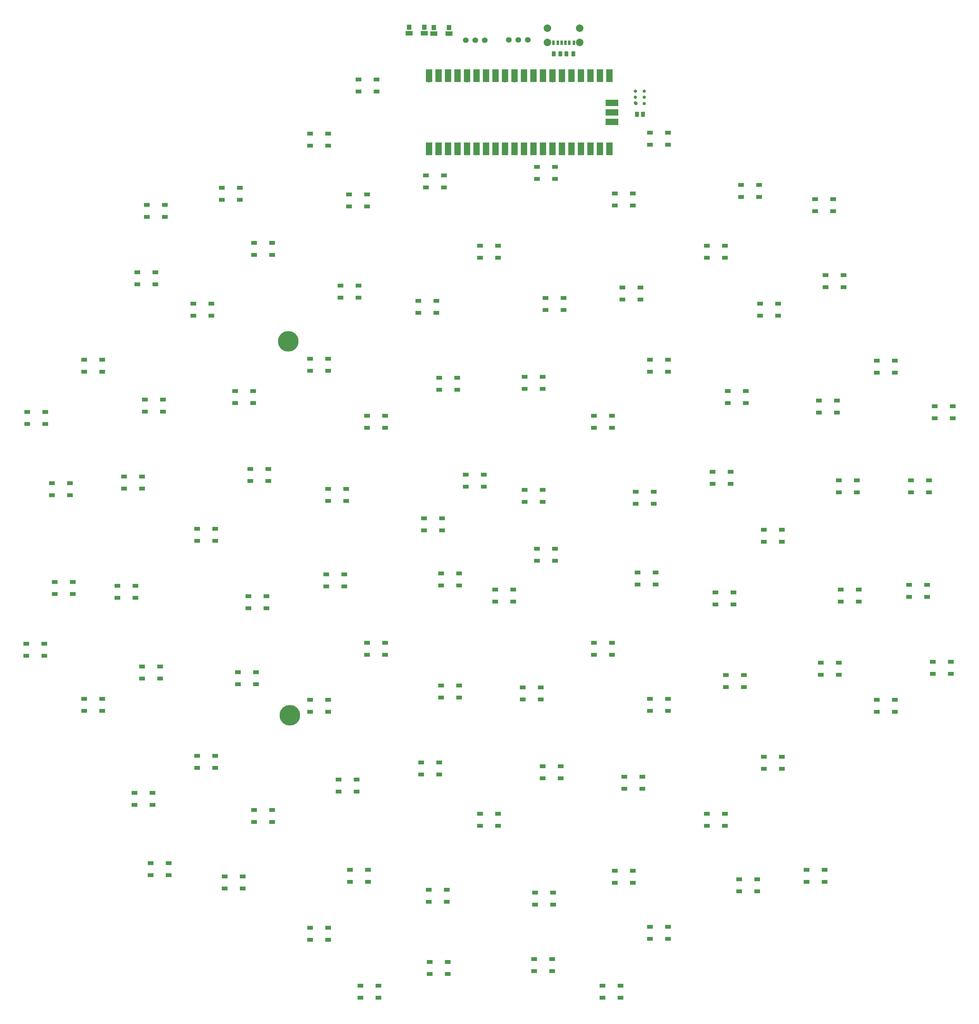
<source format=gts>
%TF.GenerationSoftware,KiCad,Pcbnew,(6.0.6)*%
%TF.CreationDate,2022-07-04T16:04:11-05:00*%
%TF.ProjectId,CircleBoard,43697263-6c65-4426-9f61-72642e6b6963,rev?*%
%TF.SameCoordinates,Original*%
%TF.FileFunction,Soldermask,Top*%
%TF.FilePolarity,Negative*%
%FSLAX46Y46*%
G04 Gerber Fmt 4.6, Leading zero omitted, Abs format (unit mm)*
G04 Created by KiCad (PCBNEW (6.0.6)) date 2022-07-04 16:04:11*
%MOMM*%
%LPD*%
G01*
G04 APERTURE LIST*
G04 Aperture macros list*
%AMRoundRect*
0 Rectangle with rounded corners*
0 $1 Rounding radius*
0 $2 $3 $4 $5 $6 $7 $8 $9 X,Y pos of 4 corners*
0 Add a 4 corners polygon primitive as box body*
4,1,4,$2,$3,$4,$5,$6,$7,$8,$9,$2,$3,0*
0 Add four circle primitives for the rounded corners*
1,1,$1+$1,$2,$3*
1,1,$1+$1,$4,$5*
1,1,$1+$1,$6,$7*
1,1,$1+$1,$8,$9*
0 Add four rect primitives between the rounded corners*
20,1,$1+$1,$2,$3,$4,$5,0*
20,1,$1+$1,$4,$5,$6,$7,0*
20,1,$1+$1,$6,$7,$8,$9,0*
20,1,$1+$1,$8,$9,$2,$3,0*%
%AMHorizOval*
0 Thick line with rounded ends*
0 $1 width*
0 $2 $3 position (X,Y) of the first rounded end (center of the circle)*
0 $4 $5 position (X,Y) of the second rounded end (center of the circle)*
0 Add line between two ends*
20,1,$1,$2,$3,$4,$5,0*
0 Add two circle primitives to create the rounded ends*
1,1,$1,$2,$3*
1,1,$1,$4,$5*%
G04 Aperture macros list end*
%ADD10C,5.500000*%
%ADD11R,1.500000X1.000000*%
%ADD12R,1.200000X1.400000*%
%ADD13R,1.840000X1.200000*%
%ADD14RoundRect,0.250000X0.262500X0.450000X-0.262500X0.450000X-0.262500X-0.450000X0.262500X-0.450000X0*%
%ADD15C,1.524000*%
%ADD16R,0.700000X1.200000*%
%ADD17R,0.760000X1.200000*%
%ADD18R,0.800000X1.200000*%
%ADD19C,2.010000*%
%ADD20R,1.700000X3.500000*%
%ADD21O,1.700000X1.700000*%
%ADD22R,3.500000X1.700000*%
%ADD23RoundRect,0.250000X-0.262500X-0.450000X0.262500X-0.450000X0.262500X0.450000X-0.262500X0.450000X0*%
%ADD24C,0.910000*%
%ADD25HorizOval,0.910000X-0.070711X0.070711X0.070711X-0.070711X0*%
%ADD26R,1.020000X1.470000*%
G04 APERTURE END LIST*
D10*
X72920000Y-175000000D03*
X72500000Y-75000000D03*
D11*
X91784000Y-247320000D03*
X91784000Y-250520000D03*
X96684000Y-250520000D03*
X96684000Y-247320000D03*
X156554000Y-247320000D03*
X156554000Y-250520000D03*
X161454000Y-250520000D03*
X161454000Y-247320000D03*
X138266000Y-240208000D03*
X138266000Y-243408000D03*
X143166000Y-243408000D03*
X143166000Y-240208000D03*
X110326000Y-240970000D03*
X110326000Y-244170000D03*
X115226000Y-244170000D03*
X115226000Y-240970000D03*
X78322000Y-231826000D03*
X78322000Y-235026000D03*
X83222000Y-235026000D03*
X83222000Y-231826000D03*
X110072000Y-221666000D03*
X110072000Y-224866000D03*
X114972000Y-224866000D03*
X114972000Y-221666000D03*
X138520000Y-222428000D03*
X138520000Y-225628000D03*
X143420000Y-225628000D03*
X143420000Y-222428000D03*
X169254000Y-231572000D03*
X169254000Y-234772000D03*
X174154000Y-234772000D03*
X174154000Y-231572000D03*
X211164000Y-216332000D03*
X211164000Y-219532000D03*
X216064000Y-219532000D03*
X216064000Y-216332000D03*
X193130000Y-218872000D03*
X193130000Y-222072000D03*
X198030000Y-222072000D03*
X198030000Y-218872000D03*
X159856000Y-216586000D03*
X159856000Y-219786000D03*
X164756000Y-219786000D03*
X164756000Y-216586000D03*
X88990000Y-216332000D03*
X88990000Y-219532000D03*
X93890000Y-219532000D03*
X93890000Y-216332000D03*
X55462000Y-218110000D03*
X55462000Y-221310000D03*
X60362000Y-221310000D03*
X60362000Y-218110000D03*
X35650000Y-214554000D03*
X35650000Y-217754000D03*
X40550000Y-217754000D03*
X40550000Y-214554000D03*
X31332000Y-195758000D03*
X31332000Y-198958000D03*
X36232000Y-198958000D03*
X36232000Y-195758000D03*
X63336000Y-200330000D03*
X63336000Y-203530000D03*
X68236000Y-203530000D03*
X68236000Y-200330000D03*
X123788000Y-201346000D03*
X123788000Y-204546000D03*
X128688000Y-204546000D03*
X128688000Y-201346000D03*
X184494000Y-201346000D03*
X184494000Y-204546000D03*
X189394000Y-204546000D03*
X189394000Y-201346000D03*
X199734000Y-186106000D03*
X199734000Y-189306000D03*
X204634000Y-189306000D03*
X204634000Y-186106000D03*
X162396000Y-191440000D03*
X162396000Y-194640000D03*
X167296000Y-194640000D03*
X167296000Y-191440000D03*
X140552000Y-188646000D03*
X140552000Y-191846000D03*
X145452000Y-191846000D03*
X145452000Y-188646000D03*
X108040000Y-187630000D03*
X108040000Y-190830000D03*
X112940000Y-190830000D03*
X112940000Y-187630000D03*
X85942000Y-192202000D03*
X85942000Y-195402000D03*
X90842000Y-195402000D03*
X90842000Y-192202000D03*
X48096000Y-185852000D03*
X48096000Y-189052000D03*
X52996000Y-189052000D03*
X52996000Y-185852000D03*
X17870000Y-170612000D03*
X17870000Y-173812000D03*
X22770000Y-173812000D03*
X22770000Y-170612000D03*
X78322000Y-170866000D03*
X78322000Y-174066000D03*
X83222000Y-174066000D03*
X83222000Y-170866000D03*
X169254000Y-170612000D03*
X169254000Y-173812000D03*
X174154000Y-173812000D03*
X174154000Y-170612000D03*
X229960000Y-170866000D03*
X229960000Y-174066000D03*
X234860000Y-174066000D03*
X234860000Y-170866000D03*
X244946000Y-160706000D03*
X244946000Y-163906000D03*
X249846000Y-163906000D03*
X249846000Y-160706000D03*
X214974000Y-160960000D03*
X214974000Y-164160000D03*
X219874000Y-164160000D03*
X219874000Y-160960000D03*
X189574000Y-164262000D03*
X189574000Y-167462000D03*
X194474000Y-167462000D03*
X194474000Y-164262000D03*
X135218000Y-167564000D03*
X135218000Y-170764000D03*
X140118000Y-170764000D03*
X140118000Y-167564000D03*
X113374000Y-167056000D03*
X113374000Y-170256000D03*
X118274000Y-170256000D03*
X118274000Y-167056000D03*
X59018000Y-163500000D03*
X59018000Y-166700000D03*
X63918000Y-166700000D03*
X63918000Y-163500000D03*
X33364000Y-161976000D03*
X33364000Y-165176000D03*
X38264000Y-165176000D03*
X38264000Y-161976000D03*
X2376000Y-155880000D03*
X2376000Y-159080000D03*
X7276000Y-159080000D03*
X7276000Y-155880000D03*
X93562000Y-155626000D03*
X93562000Y-158826000D03*
X98462000Y-158826000D03*
X98462000Y-155626000D03*
X154268000Y-155626000D03*
X154268000Y-158826000D03*
X159168000Y-158826000D03*
X159168000Y-155626000D03*
X238596000Y-140132000D03*
X238596000Y-143332000D03*
X243496000Y-143332000D03*
X243496000Y-140132000D03*
X220308000Y-141402000D03*
X220308000Y-144602000D03*
X225208000Y-144602000D03*
X225208000Y-141402000D03*
X186780000Y-142164000D03*
X186780000Y-145364000D03*
X191680000Y-145364000D03*
X191680000Y-142164000D03*
X165952000Y-136830000D03*
X165952000Y-140030000D03*
X170852000Y-140030000D03*
X170852000Y-136830000D03*
X127852000Y-141402000D03*
X127852000Y-144602000D03*
X132752000Y-144602000D03*
X132752000Y-141402000D03*
X113374000Y-137084000D03*
X113374000Y-140284000D03*
X118274000Y-140284000D03*
X118274000Y-137084000D03*
X82640000Y-137338000D03*
X82640000Y-140538000D03*
X87540000Y-140538000D03*
X87540000Y-137338000D03*
X61812000Y-143180000D03*
X61812000Y-146380000D03*
X66712000Y-146380000D03*
X66712000Y-143180000D03*
X26760000Y-140386000D03*
X26760000Y-143586000D03*
X31660000Y-143586000D03*
X31660000Y-140386000D03*
X9996000Y-139370000D03*
X9996000Y-142570000D03*
X14896000Y-142570000D03*
X14896000Y-139370000D03*
X48096000Y-125146000D03*
X48096000Y-128346000D03*
X52996000Y-128346000D03*
X52996000Y-125146000D03*
X108802000Y-122352000D03*
X108802000Y-125552000D03*
X113702000Y-125552000D03*
X113702000Y-122352000D03*
X139028000Y-130480000D03*
X139028000Y-133680000D03*
X143928000Y-133680000D03*
X143928000Y-130480000D03*
X199734000Y-125400000D03*
X199734000Y-128600000D03*
X204634000Y-128600000D03*
X204634000Y-125400000D03*
X239104000Y-112192000D03*
X239104000Y-115392000D03*
X244004000Y-115392000D03*
X244004000Y-112192000D03*
X219800000Y-112192000D03*
X219800000Y-115392000D03*
X224700000Y-115392000D03*
X224700000Y-112192000D03*
X186018000Y-109906000D03*
X186018000Y-113106000D03*
X190918000Y-113106000D03*
X190918000Y-109906000D03*
X165444000Y-115240000D03*
X165444000Y-118440000D03*
X170344000Y-118440000D03*
X170344000Y-115240000D03*
X135726000Y-114732000D03*
X135726000Y-117932000D03*
X140626000Y-117932000D03*
X140626000Y-114732000D03*
X119978000Y-110668000D03*
X119978000Y-113868000D03*
X124878000Y-113868000D03*
X124878000Y-110668000D03*
X83148000Y-114478000D03*
X83148000Y-117678000D03*
X88048000Y-117678000D03*
X88048000Y-114478000D03*
X62320000Y-109144000D03*
X62320000Y-112344000D03*
X67220000Y-112344000D03*
X67220000Y-109144000D03*
X28538000Y-111176000D03*
X28538000Y-114376000D03*
X33438000Y-114376000D03*
X33438000Y-111176000D03*
X9234000Y-112954000D03*
X9234000Y-116154000D03*
X14134000Y-116154000D03*
X14134000Y-112954000D03*
X2630000Y-93904000D03*
X2630000Y-97104000D03*
X7530000Y-97104000D03*
X7530000Y-93904000D03*
X93562000Y-94920000D03*
X93562000Y-98120000D03*
X98462000Y-98120000D03*
X98462000Y-94920000D03*
X154268000Y-94920000D03*
X154268000Y-98120000D03*
X159168000Y-98120000D03*
X159168000Y-94920000D03*
X245454000Y-92380000D03*
X245454000Y-95580000D03*
X250354000Y-95580000D03*
X250354000Y-92380000D03*
X214466000Y-90856000D03*
X214466000Y-94056000D03*
X219366000Y-94056000D03*
X219366000Y-90856000D03*
X190082000Y-88316000D03*
X190082000Y-91516000D03*
X194982000Y-91516000D03*
X194982000Y-88316000D03*
X135726000Y-84506000D03*
X135726000Y-87706000D03*
X140626000Y-87706000D03*
X140626000Y-84506000D03*
X112866000Y-84760000D03*
X112866000Y-87960000D03*
X117766000Y-87960000D03*
X117766000Y-84760000D03*
X58256000Y-88316000D03*
X58256000Y-91516000D03*
X63156000Y-91516000D03*
X63156000Y-88316000D03*
X34126000Y-90602000D03*
X34126000Y-93802000D03*
X39026000Y-93802000D03*
X39026000Y-90602000D03*
X17870000Y-79934000D03*
X17870000Y-83134000D03*
X22770000Y-83134000D03*
X22770000Y-79934000D03*
X78322000Y-79680000D03*
X78322000Y-82880000D03*
X83222000Y-82880000D03*
X83222000Y-79680000D03*
X169254000Y-79934000D03*
X169254000Y-83134000D03*
X174154000Y-83134000D03*
X174154000Y-79934000D03*
X229960000Y-80188000D03*
X229960000Y-83388000D03*
X234860000Y-83388000D03*
X234860000Y-80188000D03*
X216244000Y-57328000D03*
X216244000Y-60528000D03*
X221144000Y-60528000D03*
X221144000Y-57328000D03*
X198718000Y-64948000D03*
X198718000Y-68148000D03*
X203618000Y-68148000D03*
X203618000Y-64948000D03*
X161888000Y-60630000D03*
X161888000Y-63830000D03*
X166788000Y-63830000D03*
X166788000Y-60630000D03*
X141314000Y-63424000D03*
X141314000Y-66624000D03*
X146214000Y-66624000D03*
X146214000Y-63424000D03*
X107278000Y-64186000D03*
X107278000Y-67386000D03*
X112178000Y-67386000D03*
X112178000Y-64186000D03*
X86450000Y-60122000D03*
X86450000Y-63322000D03*
X91350000Y-63322000D03*
X91350000Y-60122000D03*
X47080000Y-64948000D03*
X47080000Y-68148000D03*
X51980000Y-68148000D03*
X51980000Y-64948000D03*
X32094000Y-56566000D03*
X32094000Y-59766000D03*
X36994000Y-59766000D03*
X36994000Y-56566000D03*
X63336000Y-48692000D03*
X63336000Y-51892000D03*
X68236000Y-51892000D03*
X68236000Y-48692000D03*
X123788000Y-49454000D03*
X123788000Y-52654000D03*
X128688000Y-52654000D03*
X128688000Y-49454000D03*
X184494000Y-49454000D03*
X184494000Y-52654000D03*
X189394000Y-52654000D03*
X189394000Y-49454000D03*
X213450000Y-37008000D03*
X213450000Y-40208000D03*
X218350000Y-40208000D03*
X218350000Y-37008000D03*
X193638000Y-33198000D03*
X193638000Y-36398000D03*
X198538000Y-36398000D03*
X198538000Y-33198000D03*
X159856000Y-35484000D03*
X159856000Y-38684000D03*
X164756000Y-38684000D03*
X164756000Y-35484000D03*
X109310000Y-30658000D03*
X109310000Y-33858000D03*
X114210000Y-33858000D03*
X114210000Y-30658000D03*
X88736000Y-35738000D03*
X88736000Y-38938000D03*
X93636000Y-38938000D03*
X93636000Y-35738000D03*
X54700000Y-33960000D03*
X54700000Y-37160000D03*
X59600000Y-37160000D03*
X59600000Y-33960000D03*
X34634000Y-38532000D03*
X34634000Y-41732000D03*
X39534000Y-41732000D03*
X39534000Y-38532000D03*
X78322000Y-19482000D03*
X78322000Y-22682000D03*
X83222000Y-22682000D03*
X83222000Y-19482000D03*
X139028000Y-28372000D03*
X139028000Y-31572000D03*
X143928000Y-31572000D03*
X143928000Y-28372000D03*
X169254000Y-19228000D03*
X169254000Y-22428000D03*
X174154000Y-22428000D03*
X174154000Y-19228000D03*
X91276000Y-5004000D03*
X91276000Y-8204000D03*
X96176000Y-8204000D03*
X96176000Y-5004000D03*
D12*
X104885000Y8960000D03*
D13*
X104885000Y7360000D03*
X108935000Y7360000D03*
D12*
X108935000Y8960000D03*
D14*
X148802500Y1910000D03*
X146977500Y1910000D03*
D15*
X131540000Y5585900D03*
X134080000Y5585900D03*
X136620000Y5585900D03*
D16*
X146690000Y4850000D03*
D17*
X144670000Y4850000D03*
D18*
X143440000Y4850000D03*
D16*
X145690000Y4850000D03*
D17*
X147710000Y4850000D03*
D18*
X148940000Y4850000D03*
D19*
X150510000Y4930000D03*
X150510000Y8730000D03*
X141870000Y8730000D03*
X141870000Y4930000D03*
D15*
X120050000Y5515900D03*
X122590000Y5515900D03*
X125130000Y5515900D03*
D20*
X110170000Y-23550000D03*
X112710000Y-23550000D03*
X115250000Y-23550000D03*
X117790000Y-23550000D03*
X120330000Y-23550000D03*
X122870000Y-23550000D03*
D21*
X125410000Y-22650000D03*
D20*
X125410000Y-23550000D03*
X127950000Y-23550000D03*
X130490000Y-23550000D03*
D21*
X130490000Y-22650000D03*
D20*
X133030000Y-23550000D03*
D21*
X133030000Y-22650000D03*
D20*
X135570000Y-23550000D03*
D21*
X135570000Y-22650000D03*
D20*
X138110000Y-23550000D03*
D21*
X138110000Y-22650000D03*
D20*
X140650000Y-23550000D03*
X143190000Y-23550000D03*
X145730000Y-23550000D03*
X148270000Y-23550000D03*
X150810000Y-23550000D03*
X153350000Y-23550000D03*
X155890000Y-23550000D03*
X158430000Y-23550000D03*
X158430000Y-3970000D03*
X155890000Y-3970000D03*
X153350000Y-3970000D03*
X150810000Y-3970000D03*
X148270000Y-3970000D03*
D21*
X145730000Y-4910000D03*
D20*
X145730000Y-3970000D03*
X143190000Y-3970000D03*
D21*
X143190000Y-4870000D03*
D20*
X140650000Y-3970000D03*
X138110000Y-3970000D03*
X135570000Y-3970000D03*
D21*
X133030000Y-4870000D03*
D20*
X133030000Y-3970000D03*
X130490000Y-3970000D03*
D21*
X130490000Y-4870000D03*
D20*
X127950000Y-3970000D03*
X125410000Y-3970000D03*
X122870000Y-3970000D03*
D21*
X120330000Y-4870000D03*
D20*
X120330000Y-3970000D03*
X117790000Y-3970000D03*
X115250000Y-3970000D03*
X112710000Y-3970000D03*
D21*
X110170000Y-4870000D03*
D20*
X110170000Y-3970000D03*
D22*
X159100000Y-16300000D03*
X159100000Y-13760000D03*
X159100000Y-11220000D03*
D23*
X143517500Y1900000D03*
X145342500Y1900000D03*
D24*
X167740000Y-11390000D03*
X167740000Y-9740000D03*
X167740000Y-8090000D03*
X165400000Y-8090000D03*
X165400000Y-9740000D03*
D25*
X165500000Y-11290000D03*
D26*
X165790000Y-14280000D03*
X167390000Y-14280000D03*
D12*
X111495000Y8890000D03*
D13*
X111495000Y7290000D03*
X115545000Y7290000D03*
D12*
X115545000Y8890000D03*
M02*

</source>
